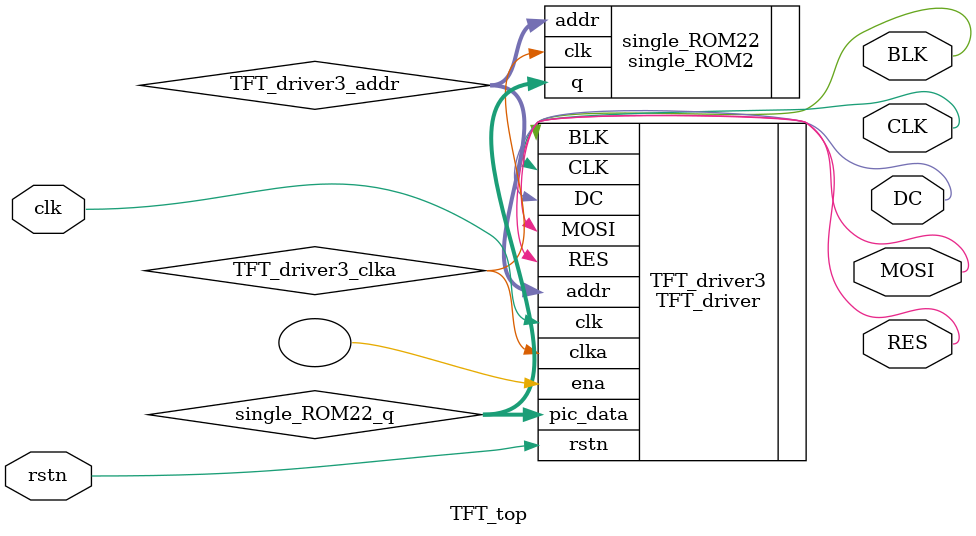
<source format=v>
module TFT_top(
	clk,
	rstn,
	CLK,
	MOSI,
	RES,
	DC,
	BLK);

	//---Ports declearation: generated by Robei---
	input clk;
	input rstn;
	output CLK;
	output MOSI;
	output RES;
	output DC;
	output BLK;

	wire clk;
	wire rstn;
	wire CLK;
	wire MOSI;
	wire RES;
	wire DC;
	wire BLK;
	wire [18:0] TFT_driver3_addr;
	wire TFT_driver3_clka;
	wire [7:0] single_ROM22_q;

	//----Code starts here: integrated by Robei-----
	
	
	
	
	//---Module instantiation---
	TFT_driver TFT_driver3(
		.clk(clk),
		.rstn(rstn),
		.pic_data(single_ROM22_q),
		.CLK(CLK),
		.MOSI(MOSI),
		.RES(RES),
		.DC(DC),
		.addr(TFT_driver3_addr),
		.clka(TFT_driver3_clka),
		.ena( ),
		.BLK(BLK));

	single_ROM2 single_ROM22(
		.clk(TFT_driver3_clka),
		.addr(TFT_driver3_addr),
		.q(single_ROM22_q));

endmodule    //TFT_top


</source>
